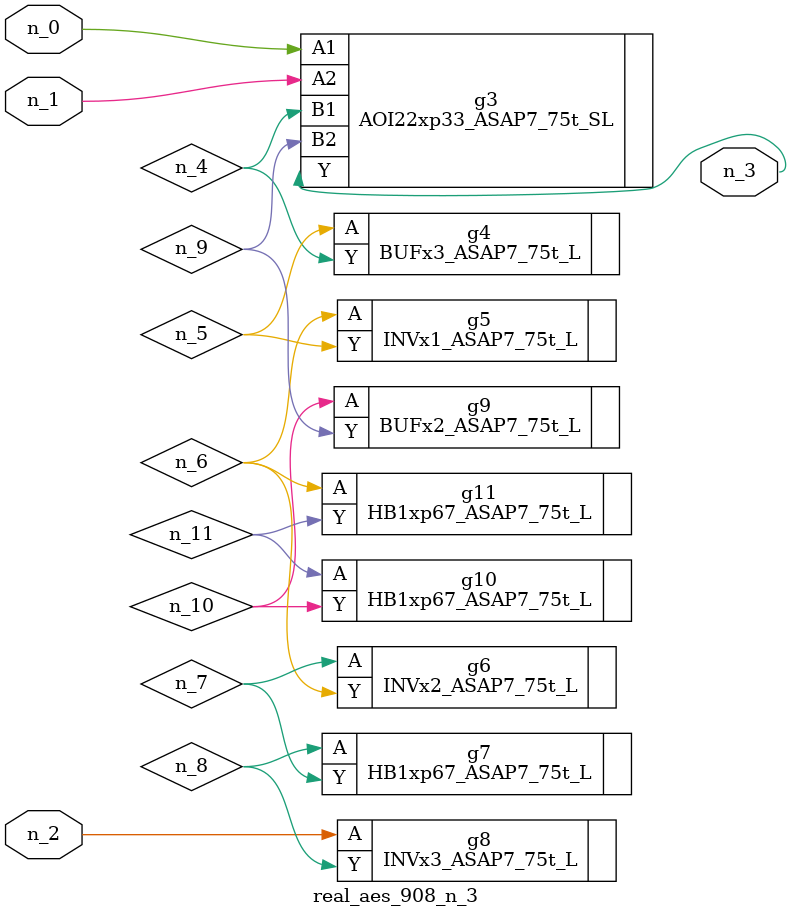
<source format=v>
module real_aes_908_n_3 (n_0, n_2, n_1, n_3);
input n_0;
input n_2;
input n_1;
output n_3;
wire n_4;
wire n_5;
wire n_7;
wire n_9;
wire n_6;
wire n_8;
wire n_10;
wire n_11;
AOI22xp33_ASAP7_75t_SL g3 ( .A1(n_0), .A2(n_1), .B1(n_4), .B2(n_9), .Y(n_3) );
INVx3_ASAP7_75t_L g8 ( .A(n_2), .Y(n_8) );
BUFx3_ASAP7_75t_L g4 ( .A(n_5), .Y(n_4) );
INVx1_ASAP7_75t_L g5 ( .A(n_6), .Y(n_5) );
HB1xp67_ASAP7_75t_L g11 ( .A(n_6), .Y(n_11) );
INVx2_ASAP7_75t_L g6 ( .A(n_7), .Y(n_6) );
HB1xp67_ASAP7_75t_L g7 ( .A(n_8), .Y(n_7) );
BUFx2_ASAP7_75t_L g9 ( .A(n_10), .Y(n_9) );
HB1xp67_ASAP7_75t_L g10 ( .A(n_11), .Y(n_10) );
endmodule
</source>
